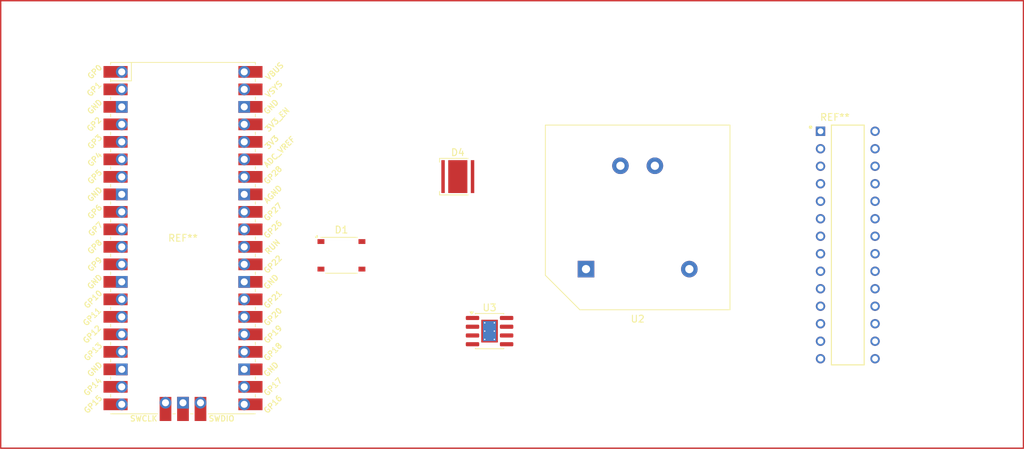
<source format=kicad_pcb>
(kicad_pcb (version 20241229) (generator "pcbnew") (generator_version "9.0")
  (layers (0 "F.Cu" signal) (2 "B.Cu" signal) (13 "F.Paste" user) (15 "B.Paste" user) (5 "F.SilkS" user "F.Silkscreen") (7 "B.SilkS" user "B.Silkscreen") (1 "F.Mask" user) (3 "B.Mask" user) (25 "Edge.Cuts" user))
  (net 0 "")
  (net 1 "AC")
  (net 3 "Net-(D1-+)")
  (net 5 "VCC")
  (net 6 "GND")
  (net 7 "Net-(U1-3V3)")
  (net 8 "Net-(U1-VSYS)")
  (net 9 "Net-(U1-GPIO2)")
  (net 10 "Net-(U1-GPIO3)")
  (net 16 "Net-(U1-GPIO10)")
  (net 17 "Net-(BT1-+)")
  (footprint "Converter_ACDC:Converter_ACDC_ZETTLER_ZPI03Sxx00WC_THT" (layer "F.Cu") (at 150 88)
    (property "Reference" "U2" (at 7.5 7.24 0) (layer "F.SilkS"))
    (property "Value" "TL5001")
    (fp_line (start -5.9 -20.9) (end -5.9 0.9) (stroke (width 0.12)) (layer "F.SilkS"))
    (fp_line (start -5.9 -20.9) (end 20.9 -20.9) (stroke (width 0.12)) (layer "F.SilkS"))
    (fp_line (start -0.9 5.9) (end -5.9 0.9) (stroke (width 0.12)) (layer "F.SilkS"))
    (fp_line (start 20.9 -20.9) (end 20.9 5.9) (stroke (width 0.12)) (layer "F.SilkS"))
    (fp_line (start 20.9 5.9) (end -0.9 5.9) (stroke (width 0.12)) (layer "F.SilkS"))
    (pad "1" thru_hole rect (at 0 0) (size 2.4 2.4) (drill 1.2) (layers "*.Cu" "*.Mask") (net 8 "Net-(U1-VSYS)"))
    (pad "2" thru_hole circle (at 15 0) (size 2.4 2.4) (drill 1.2) (layers "*.Cu" "*.Mask") (net 7 "Net-(U1-3V3)"))
    (pad "3" thru_hole circle (at 10 -15) (size 2.4 2.4) (drill 1.2) (layers "*.Cu" "*.Mask") (net 9 "Net-(U1-GPIO2)"))
    (pad "4" thru_hole circle (at 5 -15) (size 2.4 2.4) (drill 1.2) (layers "*.Cu" "*.Mask") (net 10 "Net-(U1-GPIO3)"))
  )
  (footprint "MCU_RaspberryPi_and_Boards:RPi_Pico_SMD_TH" (layer "F.Cu") (at 91.5 83.5)
    (property "Reference" "REF**" (at 0 0 0) (layer "F.SilkS"))
    (property "Value" "RPi_Pico_SMD_TH")
    (fp_line (start -10.5 -25.5) (end -10.5 -25.2) (stroke (width 0.12)) (layer "F.SilkS"))
    (fp_line (start -10.5 -25.5) (end 10.5 -25.5) (stroke (width 0.12)) (layer "F.SilkS"))
    (fp_line (start -10.5 -23.1) (end -10.5 -22.7) (stroke (width 0.12)) (layer "F.SilkS"))
    (fp_line (start -10.5 -22.833) (end -7.493 -22.833) (stroke (width 0.12)) (layer "F.SilkS"))
    (fp_line (start -10.5 -20.5) (end -10.5 -20.1) (stroke (width 0.12)) (layer "F.SilkS"))
    (fp_line (start -10.5 -18) (end -10.5 -17.6) (stroke (width 0.12)) (layer "F.SilkS"))
    (fp_line (start -10.5 -15.4) (end -10.5 -15) (stroke (width 0.12)) (layer "F.SilkS"))
    (fp_line (start -10.5 -12.9) (end -10.5 -12.5) (stroke (width 0.12)) (layer "F.SilkS"))
    (fp_line (start -10.5 -10.4) (end -10.5 -10) (stroke (width 0.12)) (layer "F.SilkS"))
    (fp_line (start -10.5 -7.8) (end -10.5 -7.4) (stroke (width 0.12)) (layer "F.SilkS"))
    (fp_line (start -10.5 -5.3) (end -10.5 -4.9) (stroke (width 0.12)) (layer "F.SilkS"))
    (fp_line (start -10.5 -2.7) (end -10.5 -2.3) (stroke (width 0.12)) (layer "F.SilkS"))
    (fp_line (start -10.5 -0.2) (end -10.5 0.2) (stroke (width 0.12)) (layer "F.SilkS"))
    (fp_line (start -10.5 2.3) (end -10.5 2.7) (stroke (width 0.12)) (layer "F.SilkS"))
    (fp_line (start -10.5 4.9) (end -10.5 5.3) (stroke (width 0.12)) (layer "F.SilkS"))
    (fp_line (start -10.5 7.4) (end -10.5 7.8) (stroke (width 0.12)) (layer "F.SilkS"))
    (fp_line (start -10.5 10) (end -10.5 10.4) (stroke (width 0.12)) (layer "F.SilkS"))
    (fp_line (start -10.5 12.5) (end -10.5 12.9) (stroke (width 0.12)) (layer "F.SilkS"))
    (fp_line (start -10.5 15.1) (end -10.5 15.5) (stroke (width 0.12)) (layer "F.SilkS"))
    (fp_line (start -10.5 17.6) (end -10.5 18) (stroke (width 0.12)) (layer "F.SilkS"))
    (fp_line (start -10.5 20.1) (end -10.5 20.5) (stroke (width 0.12)) (layer "F.SilkS"))
    (fp_line (start -10.5 22.7) (end -10.5 23.1) (stroke (width 0.12)) (layer "F.SilkS"))
    (fp_line (start -7.493 -22.833) (end -7.493 -25.5) (stroke (width 0.12)) (layer "F.SilkS"))
    (fp_line (start -3.7 25.5) (end -10.5 25.5) (stroke (width 0.12)) (layer "F.SilkS"))
    (fp_line (start -1.5 25.5) (end -1.1 25.5) (stroke (width 0.12)) (layer "F.SilkS"))
    (fp_line (start 1.1 25.5) (end 1.5 25.5) (stroke (width 0.12)) (layer "F.SilkS"))
    (fp_line (start 10.5 -25.5) (end 10.5 -25.2) (stroke (width 0.12)) (layer "F.SilkS"))
    (fp_line (start 10.5 -23.1) (end 10.5 -22.7) (stroke (width 0.12)) (layer "F.SilkS"))
    (fp_line (start 10.5 -20.5) (end 10.5 -20.1) (stroke (width 0.12)) (layer "F.SilkS"))
    (fp_line (start 10.5 -18) (end 10.5 -17.6) (stroke (width 0.12)) (layer "F.SilkS"))
    (fp_line (start 10.5 -15.4) (end 10.5 -15) (stroke (width 0.12)) (layer "F.SilkS"))
    (fp_line (start 10.5 -12.9) (end 10.5 -12.5) (stroke (width 0.12)) (layer "F.SilkS"))
    (fp_line (start 10.5 -10.4) (end 10.5 -10) (stroke (width 0.12)) (layer "F.SilkS"))
    (fp_line (start 10.5 -7.8) (end 10.5 -7.4) (stroke (width 0.12)) (layer "F.SilkS"))
    (fp_line (start 10.5 -5.3) (end 10.5 -4.9) (stroke (width 0.12)) (layer "F.SilkS"))
    (fp_line (start 10.5 -2.7) (end 10.5 -2.3) (stroke (width 0.12)) (layer "F.SilkS"))
    (fp_line (start 10.5 -0.2) (end 10.5 0.2) (stroke (width 0.12)) (layer "F.SilkS"))
    (fp_line (start 10.5 2.3) (end 10.5 2.7) (stroke (width 0.12)) (layer "F.SilkS"))
    (fp_line (start 10.5 4.9) (end 10.5 5.3) (stroke (width 0.12)) (layer "F.SilkS"))
    (fp_line (start 10.5 7.4) (end 10.5 7.8) (stroke (width 0.12)) (layer "F.SilkS"))
    (fp_line (start 10.5 10) (end 10.5 10.4) (stroke (width 0.12)) (layer "F.SilkS"))
    (fp_line (start 10.5 12.5) (end 10.5 12.9) (stroke (width 0.12)) (layer "F.SilkS"))
    (fp_line (start 10.5 15.1) (end 10.5 15.5) (stroke (width 0.12)) (layer "F.SilkS"))
    (fp_line (start 10.5 17.6) (end 10.5 18) (stroke (width 0.12)) (layer "F.SilkS"))
    (fp_line (start 10.5 20.1) (end 10.5 20.5) (stroke (width 0.12)) (layer "F.SilkS"))
    (fp_line (start 10.5 22.7) (end 10.5 23.1) (stroke (width 0.12)) (layer "F.SilkS"))
    (fp_line (start 10.5 25.5) (end 3.7 25.5) (stroke (width 0.12)) (layer "F.SilkS"))
    (fp_text user "GP9" (at -12.8 3.81 45) (layer "F.SilkS") (effects (font (size 0.8 0.8))))
    (fp_text user "GP11" (at -13.2 11.43 45) (layer "F.SilkS") (effects (font (size 0.8 0.8))))
    (fp_text user "GP27" (at 13.054 -3.8 45) (layer "F.SilkS") (effects (font (size 0.8 0.8))))
    (fp_text user "GP16" (at 13.054 24.13 45) (layer "F.SilkS") (effects (font (size 0.8 0.8))))
    (fp_text user "ADC_VREF" (at 14 -12.5 45) (layer "F.SilkS") (effects (font (size 0.8 0.8))))
    (fp_text user "GP10" (at -13.054 8.89 45) (layer "F.SilkS") (effects (font (size 0.8 0.8))))
    (fp_text user "GP12" (at -13.2 13.97 45) (layer "F.SilkS") (effects (font (size 0.8 0.8))))
    (fp_text user "GP14" (at -13.1 21.59 45) (layer "F.SilkS") (effects (font (size 0.8 0.8))))
    (fp_text user "GND" (at -12.8 19.05 45) (layer "F.SilkS") (effects (font (size 0.8 0.8))))
    (fp_text user "VBUS" (at 13.3 -24.2 45) (layer "F.SilkS") (effects (font (size 0.8 0.8))))
    (fp_text user "GP17" (at 13.054 21.59 45) (layer "F.SilkS") (effects (font (size 0.8 0.8))))
    (fp_text user "GP5" (at -12.8 -8.89 45) (layer "F.SilkS") (effects (font (size 0.8 0.8))))
    (fp_text user "GP26" (at 13.054 -1.27 45) (layer "F.SilkS") (effects (font (size 0.8 0.8))))
    (fp_text user "GP19" (at 13.054 13.97 45) (layer "F.SilkS") (effects (font (size 0.8 0.8))))
    (fp_text user "GP15" (at -13.054 24.13 45) (layer "F.SilkS") (effects (font (size 0.8 0.8))))
    (fp_text user "GND" (at 12.8 19.05 45) (layer "F.SilkS") (effects (font (size 0.8 0.8))))
    (fp_text user "GND" (at -12.8 -19.05 45) (layer "F.SilkS") (effects (font (size 0.8 0.8))))
    (fp_text user "GND" (at -12.8 6.35 45) (layer "F.SilkS") (effects (font (size 0.8 0.8))))
    (fp_text user "3V3" (at 12.9 -13.9 45) (layer "F.SilkS") (effects (font (size 0.8 0.8))))
    (fp_text user "GP8" (at -12.8 1.27 45) (layer "F.SilkS") (effects (font (size 0.8 0.8))))
    (fp_text user "SWDIO" (at 5.6 26.2 0) (layer "F.SilkS") (effects (font (size 0.8 0.8))))
    (fp_text user "GP7" (at -12.7 -1.3 45) (layer "F.SilkS") (effects (font (size 0.8 0.8))))
    (fp_text user "GND" (at 12.8 6.35 45) (layer "F.SilkS") (effects (font (size 0.8 0.8))))
    (fp_text user "GP21" (at 13.054 8.9 45) (layer "F.SilkS") (effects (font (size 0.8 0.8))))
    (fp_text user "3V3_EN" (at 13.7 -17.2 45) (layer "F.SilkS") (effects (font (size 0.8 0.8))))
    (fp_text user "GP6" (at -12.8 -3.81 45) (layer "F.SilkS") (effects (font (size 0.8 0.8))))
    (fp_text user "VSYS" (at 13.2 -21.59 45) (layer "F.SilkS") (effects (font (size 0.8 0.8))))
    (fp_text user "SWCLK" (at -5.7 26.2 0) (layer "F.SilkS") (effects (font (size 0.8 0.8))))
    (fp_text user "GP1" (at -12.9 -21.6 45) (layer "F.SilkS") (effects (font (size 0.8 0.8))))
    (fp_text user "GP22" (at 13.054 3.81 45) (layer "F.SilkS") (effects (font (size 0.8 0.8))))
    (fp_text user "AGND" (at 13.054 -6.35 45) (layer "F.SilkS") (effects (font (size 0.8 0.8))))
    (fp_text user "GP4" (at -12.8 -11.43 45) (layer "F.SilkS") (effects (font (size 0.8 0.8))))
    (fp_text user "GP0" (at -12.8 -24.13 45) (layer "F.SilkS") (effects (font (size 0.8 0.8))))
    (fp_text user "GP20" (at 13.054 11.43 45) (layer "F.SilkS") (effects (font (size 0.8 0.8))))
    (fp_text user "GND" (at -12.8 -6.35 45) (layer "F.SilkS") (effects (font (size 0.8 0.8))))
    (fp_text user "GP13" (at -13.054 16.51 45) (layer "F.SilkS") (effects (font (size 0.8 0.8))))
    (fp_text user "GP18" (at 13.054 16.51 45) (layer "F.SilkS") (effects (font (size 0.8 0.8))))
    (fp_text user "GND" (at 12.8 -19.05 45) (layer "F.SilkS") (effects (font (size 0.8 0.8))))
    (fp_text user "GP2" (at -12.9 -16.51 45) (layer "F.SilkS") (effects (font (size 0.8 0.8))))
    (fp_text user "RUN" (at 13 1.27 45) (layer "F.SilkS") (effects (font (size 0.8 0.8))))
    (fp_text user "GP3" (at -12.8 -13.97 45) (layer "F.SilkS") (effects (font (size 0.8 0.8))))
    (fp_text user "GP28" (at 13.054 -9.144 45) (layer "F.SilkS") (effects (font (size 0.8 0.8))))
    (pad "" np_thru_hole oval (at -2.725 -24) (size 1.8 1.8) (drill 1.8) (layers "*.Cu" "*.Mask"))
    (pad "" np_thru_hole oval (at -2.425 -20.97) (size 1.5 1.5) (drill 1.5) (layers "*.Cu" "*.Mask"))
    (pad "" np_thru_hole oval (at 2.425 -20.97) (size 1.5 1.5) (drill 1.5) (layers "*.Cu" "*.Mask"))
    (pad "" np_thru_hole oval (at 2.725 -24) (size 1.8 1.8) (drill 1.8) (layers "*.Cu" "*.Mask"))
    (pad "1" thru_hole oval (at -8.89 -24.13) (size 1.7 1.7) (drill 1.02) (layers "*.Cu" "*.Mask"))
    (pad "1" smd rect (at -8.89 -24.13) (size 3.5 1.7) (drill (offset -0.9 0)) (layers "F.Cu" "F.Mask"))
    (pad "2" thru_hole oval (at -8.89 -21.59) (size 1.7 1.7) (drill 1.02) (layers "*.Cu" "*.Mask"))
    (pad "2" smd rect (at -8.89 -21.59) (size 3.5 1.7) (drill (offset -0.9 0)) (layers "F.Cu" "F.Mask"))
    (pad "3" thru_hole rect (at -8.89 -19.05) (size 1.7 1.7) (drill 1.02) (layers "*.Cu" "*.Mask"))
    (pad "3" smd rect (at -8.89 -19.05) (size 3.5 1.7) (drill (offset -0.9 0)) (layers "F.Cu" "F.Mask"))
    (pad "4" thru_hole oval (at -8.89 -16.51) (size 1.7 1.7) (drill 1.02) (layers "*.Cu" "*.Mask"))
    (pad "4" smd rect (at -8.89 -16.51) (size 3.5 1.7) (drill (offset -0.9 0)) (layers "F.Cu" "F.Mask"))
    (pad "5" thru_hole oval (at -8.89 -13.97) (size 1.7 1.7) (drill 1.02) (layers "*.Cu" "*.Mask"))
    (pad "5" smd rect (at -8.89 -13.97) (size 3.5 1.7) (drill (offset -0.9 0)) (layers "F.Cu" "F.Mask"))
    (pad "6" thru_hole oval (at -8.89 -11.43) (size 1.7 1.7) (drill 1.02) (layers "*.Cu" "*.Mask"))
    (pad "6" smd rect (at -8.89 -11.43) (size 3.5 1.7) (drill (offset -0.9 0)) (layers "F.Cu" "F.Mask"))
    (pad "7" thru_hole oval (at -8.89 -8.89) (size 1.7 1.7) (drill 1.02) (layers "*.Cu" "*.Mask"))
    (pad "7" smd rect (at -8.89 -8.89) (size 3.5 1.7) (drill (offset -0.9 0)) (layers "F.Cu" "F.Mask"))
    (pad "8" thru_hole rect (at -8.89 -6.35) (size 1.7 1.7) (drill 1.02) (layers "*.Cu" "*.Mask"))
    (pad "8" smd rect (at -8.89 -6.35) (size 3.5 1.7) (drill (offset -0.9 0)) (layers "F.Cu" "F.Mask"))
    (pad "9" thru_hole oval (at -8.89 -3.81) (size 1.7 1.7) (drill 1.02) (layers "*.Cu" "*.Mask"))
    (pad "9" smd rect (at -8.89 -3.81) (size 3.5 1.7) (drill (offset -0.9 0)) (layers "F.Cu" "F.Mask"))
    (pad "10" thru_hole oval (at -8.89 -1.27) (size 1.7 1.7) (drill 1.02) (layers "*.Cu" "*.Mask"))
    (pad "10" smd rect (at -8.89 -1.27) (size 3.5 1.7) (drill (offset -0.9 0)) (layers "F.Cu" "F.Mask"))
    (pad "11" thru_hole oval (at -8.89 1.27) (size 1.7 1.7) (drill 1.02) (layers "*.Cu" "*.Mask"))
    (pad "11" smd rect (at -8.89 1.27) (size 3.5 1.7) (drill (offset -0.9 0)) (layers "F.Cu" "F.Mask"))
    (pad "12" thru_hole oval (at -8.89 3.81) (size 1.7 1.7) (drill 1.02) (layers "*.Cu" "*.Mask"))
    (pad "12" smd rect (at -8.89 3.81) (size 3.5 1.7) (drill (offset -0.9 0)) (layers "F.Cu" "F.Mask"))
    (pad "13" thru_hole rect (at -8.89 6.35) (size 1.7 1.7) (drill 1.02) (layers "*.Cu" "*.Mask"))
    (pad "13" smd rect (at -8.89 6.35) (size 3.5 1.7) (drill (offset -0.9 0)) (layers "F.Cu" "F.Mask"))
    (pad "14" thru_hole oval (at -8.89 8.89) (size 1.7 1.7) (drill 1.02) (layers "*.Cu" "*.Mask"))
    (pad "14" smd rect (at -8.89 8.89) (size 3.5 1.7) (drill (offset -0.9 0)) (layers "F.Cu" "F.Mask"))
    (pad "15" thru_hole oval (at -8.89 11.43) (size 1.7 1.7) (drill 1.02) (layers "*.Cu" "*.Mask"))
    (pad "15" smd rect (at -8.89 11.43) (size 3.5 1.7) (drill (offset -0.9 0)) (layers "F.Cu" "F.Mask"))
    (pad "16" thru_hole oval (at -8.89 13.97) (size 1.7 1.7) (drill 1.02) (layers "*.Cu" "*.Mask"))
    (pad "16" smd rect (at -8.89 13.97) (size 3.5 1.7) (drill (offset -0.9 0)) (layers "F.Cu" "F.Mask"))
    (pad "17" thru_hole oval (at -8.89 16.51) (size 1.7 1.7) (drill 1.02) (layers "*.Cu" "*.Mask"))
    (pad "17" smd rect (at -8.89 16.51) (size 3.5 1.7) (drill (offset -0.9 0)) (layers "F.Cu" "F.Mask"))
    (pad "18" thru_hole rect (at -8.89 19.05) (size 1.7 1.7) (drill 1.02) (layers "*.Cu" "*.Mask"))
    (pad "18" smd rect (at -8.89 19.05) (size 3.5 1.7) (drill (offset -0.9 0)) (layers "F.Cu" "F.Mask"))
    (pad "19" thru_hole oval (at -8.89 21.59) (size 1.7 1.7) (drill 1.02) (layers "*.Cu" "*.Mask"))
    (pad "19" smd rect (at -8.89 21.59) (size 3.5 1.7) (drill (offset -0.9 0)) (layers "F.Cu" "F.Mask"))
    (pad "20" thru_hole oval (at -8.89 24.13) (size 1.7 1.7) (drill 1.02) (layers "*.Cu" "*.Mask"))
    (pad "20" smd rect (at -8.89 24.13) (size 3.5 1.7) (drill (offset -0.9 0)) (layers "F.Cu" "F.Mask"))
    (pad "21" thru_hole oval (at 8.89 24.13) (size 1.7 1.7) (drill 1.02) (layers "*.Cu" "*.Mask"))
    (pad "21" smd rect (at 8.89 24.13) (size 3.5 1.7) (drill (offset 0.9 0)) (layers "F.Cu" "F.Mask"))
    (pad "22" thru_hole oval (at 8.89 21.59) (size 1.7 1.7) (drill 1.02) (layers "*.Cu" "*.Mask"))
    (pad "22" smd rect (at 8.89 21.59) (size 3.5 1.7) (drill (offset 0.9 0)) (layers "F.Cu" "F.Mask"))
    (pad "23" thru_hole rect (at 8.89 19.05) (size 1.7 1.7) (drill 1.02) (layers "*.Cu" "*.Mask"))
    (pad "23" smd rect (at 8.89 19.05) (size 3.5 1.7) (drill (offset 0.9 0)) (layers "F.Cu" "F.Mask"))
    (pad "24" thru_hole oval (at 8.89 16.51) (size 1.7 1.7) (drill 1.02) (layers "*.Cu" "*.Mask"))
    (pad "24" smd rect (at 8.89 16.51) (size 3.5 1.7) (drill (offset 0.9 0)) (layers "F.Cu" "F.Mask"))
    (pad "25" thru_hole oval (at 8.89 13.97) (size 1.7 1.7) (drill 1.02) (layers "*.Cu" "*.Mask"))
    (pad "25" smd rect (at 8.89 13.97) (size 3.5 1.7) (drill (offset 0.9 0)) (layers "F.Cu" "F.Mask"))
    (pad "26" thru_hole oval (at 8.89 11.43) (size 1.7 1.7) (drill 1.02) (layers "*.Cu" "*.Mask"))
    (pad "26" smd rect (at 8.89 11.43) (size 3.5 1.7) (drill (offset 0.9 0)) (layers "F.Cu" "F.Mask"))
    (pad "27" thru_hole oval (at 8.89 8.89) (size 1.7 1.7) (drill 1.02) (layers "*.Cu" "*.Mask"))
    (pad "27" smd rect (at 8.89 8.89) (size 3.5 1.7) (drill (offset 0.9 0)) (layers "F.Cu" "F.Mask"))
    (pad "28" thru_hole rect (at 8.89 6.35) (size 1.7 1.7) (drill 1.02) (layers "*.Cu" "*.Mask"))
    (pad "28" smd rect (at 8.89 6.35) (size 3.5 1.7) (drill (offset 0.9 0)) (layers "F.Cu" "F.Mask"))
    (pad "29" thru_hole oval (at 8.89 3.81) (size 1.7 1.7) (drill 1.02) (layers "*.Cu" "*.Mask"))
    (pad "29" smd rect (at 8.89 3.81) (size 3.5 1.7) (drill (offset 0.9 0)) (layers "F.Cu" "F.Mask"))
    (pad "30" thru_hole oval (at 8.89 1.27) (size 1.7 1.7) (drill 1.02) (layers "*.Cu" "*.Mask"))
    (pad "30" smd rect (at 8.89 1.27) (size 3.5 1.7) (drill (offset 0.9 0)) (layers "F.Cu" "F.Mask"))
    (pad "31" thru_hole oval (at 8.89 -1.27) (size 1.7 1.7) (drill 1.02) (layers "*.Cu" "*.Mask"))
    (pad "31" smd rect (at 8.89 -1.27) (size 3.5 1.7) (drill (offset 0.9 0)) (layers "F.Cu" "F.Mask"))
    (pad "32" thru_hole oval (at 8.89 -3.81) (size 1.7 1.7) (drill 1.02) (layers "*.Cu" "*.Mask"))
    (pad "32" smd rect (at 8.89 -3.81) (size 3.5 1.7) (drill (offset 0.9 0)) (layers "F.Cu" "F.Mask"))
    (pad "33" thru_hole rect (at 8.89 -6.35) (size 1.7 1.7) (drill 1.02) (layers "*.Cu" "*.Mask"))
    (pad "33" smd rect (at 8.89 -6.35) (size 3.5 1.7) (drill (offset 0.9 0)) (layers "F.Cu" "F.Mask"))
    (pad "34" thru_hole oval (at 8.89 -8.89) (size 1.7 1.7) (drill 1.02) (layers "*.Cu" "*.Mask"))
    (pad "34" smd rect (at 8.89 -8.89) (size 3.5 1.7) (drill (offset 0.9 0)) (layers "F.Cu" "F.Mask"))
    (pad "35" thru_hole oval (at 8.89 -11.43) (size 1.7 1.7) (drill 1.02) (layers "*.Cu" "*.Mask"))
    (pad "35" smd rect (at 8.89 -11.43) (size 3.5 1.7) (drill (offset 0.9 0)) (layers "F.Cu" "F.Mask"))
    (pad "36" thru_hole oval (at 8.89 -13.97) (size 1.7 1.7) (drill 1.02) (layers "*.Cu" "*.Mask"))
    (pad "36" smd rect (at 8.89 -13.97) (size 3.5 1.7) (drill (offset 0.9 0)) (layers "F.Cu" "F.Mask"))
    (pad "37" thru_hole oval (at 8.89 -16.51) (size 1.7 1.7) (drill 1.02) (layers "*.Cu" "*.Mask"))
    (pad "37" smd rect (at 8.89 -16.51) (size 3.5 1.7) (drill (offset 0.9 0)) (layers "F.Cu" "F.Mask"))
    (pad "38" thru_hole rect (at 8.89 -19.05) (size 1.7 1.7) (drill 1.02) (layers "*.Cu" "*.Mask"))
    (pad "38" smd rect (at 8.89 -19.05) (size 3.5 1.7) (drill (offset 0.9 0)) (layers "F.Cu" "F.Mask"))
    (pad "39" thru_hole oval (at 8.89 -21.59) (size 1.7 1.7) (drill 1.02) (layers "*.Cu" "*.Mask"))
    (pad "39" smd rect (at 8.89 -21.59) (size 3.5 1.7) (drill (offset 0.9 0)) (layers "F.Cu" "F.Mask"))
    (pad "40" thru_hole oval (at 8.89 -24.13) (size 1.7 1.7) (drill 1.02) (layers "*.Cu" "*.Mask"))
    (pad "40" smd rect (at 8.89 -24.13) (size 3.5 1.7) (drill (offset 0.9 0)) (layers "F.Cu" "F.Mask"))
    (pad "41" thru_hole oval (at -2.54 23.9) (size 1.7 1.7) (drill 1.02) (layers "*.Cu" "*.Mask"))
    (pad "41" smd rect (at -2.54 23.9 90) (size 3.5 1.7) (drill (offset -0.9 0)) (layers "F.Cu" "F.Mask"))
    (pad "42" thru_hole rect (at 0 23.9) (size 1.7 1.7) (drill 1.02) (layers "*.Cu" "*.Mask"))
    (pad "42" smd rect (at 0 23.9 90) (size 3.5 1.7) (drill (offset -0.9 0)) (layers "F.Cu" "F.Mask"))
    (pad "43" thru_hole oval (at 2.54 23.9) (size 1.7 1.7) (drill 1.02) (layers "*.Cu" "*.Mask"))
    (pad "43" smd rect (at 2.54 23.9 90) (size 3.5 1.7) (drill (offset -0.9 0)) (layers "F.Cu" "F.Mask"))
  )
  (footprint "Package_SO:SOIC-8-1EP_3.9x4.9mm_P1.27mm_EP2.41x3.3mm_ThermalVias" (layer "F.Cu") (at 136 97)
    (property "Reference" "U3" (at 0 -3.4 0) (layer "F.SilkS"))
    (property "Value" "TP4056-42-ESOP8")
    (fp_line (start -2.06 -2.56) (end 2.06 -2.56) (stroke (width 0.12)) (layer "F.SilkS"))
    (fp_line (start -2.06 -2.465) (end -2.06 -2.56) (stroke (width 0.12)) (layer "F.SilkS"))
    (fp_line (start -2.06 2.56) (end -2.06 2.465) (stroke (width 0.12)) (layer "F.SilkS"))
    (fp_line (start 2.06 -2.56) (end 2.06 -2.465) (stroke (width 0.12)) (layer "F.SilkS"))
    (fp_line (start 2.06 2.465) (end 2.06 2.56) (stroke (width 0.12)) (layer "F.SilkS"))
    (fp_line (start 2.06 2.56) (end -2.06 2.56) (stroke (width 0.12)) (layer "F.SilkS"))
    (fp_poly (pts (xy -2.6 -2.47) (xy -2.84 -2.8) (xy -2.36 -2.8)) (stroke (width 0.12)) (fill yes) (layer "F.SilkS"))
    (pad "1" smd roundrect (at -2.475 -1.905) (size 1.95 0.6) (layers "F.Cu" "F.Mask" "F.Paste"))
    (pad "2" smd roundrect (at -2.475 -0.635) (size 1.95 0.6) (layers "F.Cu" "F.Mask" "F.Paste") (net 16 "Net-(U1-GPIO10)"))
    (pad "3" smd roundrect (at -2.475 0.635) (size 1.95 0.6) (layers "F.Cu" "F.Mask" "F.Paste") (net 6 "GND"))
    (pad "4" smd roundrect (at -2.475 1.905) (size 1.95 0.6) (layers "F.Cu" "F.Mask" "F.Paste") (net 5 "VCC"))
    (pad "5" smd roundrect (at 2.475 1.905) (size 1.95 0.6) (layers "F.Cu" "F.Mask" "F.Paste") (net 17 "Net-(BT1-+)"))
    (pad "6" smd roundrect (at 2.475 0.635) (size 1.95 0.6) (layers "F.Cu" "F.Mask" "F.Paste"))
    (pad "7" smd roundrect (at 2.475 -0.635) (size 1.95 0.6) (layers "F.Cu" "F.Mask" "F.Paste"))
    (pad "8" smd roundrect (at 2.475 -1.905) (size 1.95 0.6) (layers "F.Cu" "F.Mask" "F.Paste"))
    (pad "9" thru_hole circle (at -0.7 -1.2) (size 0.5 0.5) (drill 0.2) (property pad_prop_heatsink) (layers "*.Cu"))
    (pad "9" thru_hole circle (at -0.7 0) (size 0.5 0.5) (drill 0.2) (property pad_prop_heatsink) (layers "*.Cu"))
    (pad "9" thru_hole circle (at -0.7 1.2) (size 0.5 0.5) (drill 0.2) (property pad_prop_heatsink) (layers "*.Cu"))
    (pad "9" smd rect (at 0 0) (size 1.9 2.9) (property pad_prop_heatsink) (layers "B.Cu"))
    (pad "9" smd rect (at 0 0) (size 2.41 3.3) (property pad_prop_heatsink) (layers "F.Cu" "F.Mask"))
    (pad "9" thru_hole circle (at 0.7 -1.2) (size 0.5 0.5) (drill 0.2) (property pad_prop_heatsink) (layers "*.Cu"))
    (pad "9" thru_hole circle (at 0.7 0) (size 0.5 0.5) (drill 0.2) (property pad_prop_heatsink) (layers "*.Cu"))
    (pad "9" thru_hole circle (at 0.7 1.2) (size 0.5 0.5) (drill 0.2) (property pad_prop_heatsink) (layers "*.Cu"))
  )
  (footprint "LED_SMD:LED_Cree-XHP50_3V_HighDensity" (layer "F.Cu") (at 131.39 74.575)
    (property "Reference" "D4" (at 0 -3.5 0) (layer "F.SilkS"))
    (property "Value" "LED_Cree_XHP50_3V_HighDensity")
    (fp_line (start -2.65 -2.65) (end -2.65 -2.1) (stroke (width 0.12)) (layer "F.SilkS"))
    (fp_line (start -2.65 2.65) (end -2.65 2.15) (stroke (width 0.12)) (layer "F.SilkS"))
    (fp_line (start 1.5 -2.65) (end -2.65 -2.65) (stroke (width 0.12)) (layer "F.SilkS"))
    (fp_line (start 1.5 2.65) (end -2.65 2.65) (stroke (width 0.12)) (layer "F.SilkS"))
    (pad "1" smd rect (at -2.14 0) (size 0.5 4.78) (layers "F.Cu" "F.Mask") (net 6 "GND"))
    (pad "2" smd rect (at 2.14 0) (size 0.5 4.78) (layers "F.Cu" "F.Mask") (net 5 "VCC"))
    (pad "3" smd rect (at 0 0) (size 2.78 4.78) (layers "F.Cu" "F.Mask") (net 6 "GND"))
  )
  (footprint "DIP794W46P254L2967H457Q28B" (layer "F.Cu") (at 188 84.5)
    (property "Reference" "REF**" (at -1.867145 -18.540495 0) (layer "F.SilkS") (effects (font (size 1.000622 1.000622))))
    (property "Value" "DIP794W46P254L2967H457Q28B")
    (fp_line (start -2.38 -17.4) (end -2.38 17.4) (stroke (width 0.1524)) (layer "F.SilkS"))
    (fp_line (start 2.38 -17.4) (end -2.38 -17.4) (stroke (width 0.1524)) (layer "F.SilkS"))
    (fp_line (start 2.38 17.4) (end -2.38 17.4) (stroke (width 0.1524)) (layer "F.SilkS"))
    (fp_line (start 2.38 17.4) (end 2.38 -17.4) (stroke (width 0.1524)) (layer "F.SilkS"))
    (fp_circle (center -5.4 -17.1) (end -5.146 -17.1) (fill yes) (layer "F.SilkS"))
    (pad "1" thru_hole rect (at -3.96 -16.51) (size 1.358 1.358) (drill 0.85) (layers "*.Cu" "*.Mask"))
    (pad "2" thru_hole circle (at -3.96 -13.97) (size 1.358 1.358) (drill 0.85) (layers "*.Cu" "*.Mask"))
    (pad "3" thru_hole circle (at -3.96 -11.43) (size 1.358 1.358) (drill 0.85) (layers "*.Cu" "*.Mask"))
    (pad "4" thru_hole circle (at -3.96 -8.89) (size 1.358 1.358) (drill 0.85) (layers "*.Cu" "*.Mask"))
    (pad "5" thru_hole circle (at -3.96 -6.35) (size 1.358 1.358) (drill 0.85) (layers "*.Cu" "*.Mask"))
    (pad "6" thru_hole circle (at -3.96 -3.81) (size 1.358 1.358) (drill 0.85) (layers "*.Cu" "*.Mask"))
    (pad "7" thru_hole circle (at -3.96 -1.27) (size 1.358 1.358) (drill 0.85) (layers "*.Cu" "*.Mask"))
    (pad "8" thru_hole circle (at -3.96 1.27) (size 1.358 1.358) (drill 0.85) (layers "*.Cu" "*.Mask"))
    (pad "9" thru_hole circle (at -3.96 3.81) (size 1.358 1.358) (drill 0.85) (layers "*.Cu" "*.Mask"))
    (pad "10" thru_hole circle (at -3.96 6.35) (size 1.358 1.358) (drill 0.85) (layers "*.Cu" "*.Mask"))
    (pad "11" thru_hole circle (at -3.96 8.89) (size 1.358 1.358) (drill 0.85) (layers "*.Cu" "*.Mask"))
    (pad "12" thru_hole circle (at -3.96 11.43) (size 1.358 1.358) (drill 0.85) (layers "*.Cu" "*.Mask"))
    (pad "13" thru_hole circle (at -3.96 13.97) (size 1.358 1.358) (drill 0.85) (layers "*.Cu" "*.Mask"))
    (pad "14" thru_hole circle (at -3.96 16.51) (size 1.358 1.358) (drill 0.85) (layers "*.Cu" "*.Mask"))
    (pad "15" thru_hole circle (at 3.96 16.51) (size 1.358 1.358) (drill 0.85) (layers "*.Cu" "*.Mask"))
    (pad "16" thru_hole circle (at 3.96 13.97) (size 1.358 1.358) (drill 0.85) (layers "*.Cu" "*.Mask"))
    (pad "17" thru_hole circle (at 3.96 11.43) (size 1.358 1.358) (drill 0.85) (layers "*.Cu" "*.Mask"))
    (pad "18" thru_hole circle (at 3.96 8.89) (size 1.358 1.358) (drill 0.85) (layers "*.Cu" "*.Mask"))
    (pad "19" thru_hole circle (at 3.96 6.35) (size 1.358 1.358) (drill 0.85) (layers "*.Cu" "*.Mask"))
    (pad "20" thru_hole circle (at 3.96 3.81) (size 1.358 1.358) (drill 0.85) (layers "*.Cu" "*.Mask"))
    (pad "21" thru_hole circle (at 3.96 1.27) (size 1.358 1.358) (drill 0.85) (layers "*.Cu" "*.Mask"))
    (pad "22" thru_hole circle (at 3.96 -1.27) (size 1.358 1.358) (drill 0.85) (layers "*.Cu" "*.Mask"))
    (pad "23" thru_hole circle (at 3.96 -3.81) (size 1.358 1.358) (drill 0.85) (layers "*.Cu" "*.Mask"))
    (pad "24" thru_hole circle (at 3.96 -6.35) (size 1.358 1.358) (drill 0.85) (layers "*.Cu" "*.Mask"))
    (pad "25" thru_hole circle (at 3.96 -8.89) (size 1.358 1.358) (drill 0.85) (layers "*.Cu" "*.Mask"))
    (pad "26" thru_hole circle (at 3.96 -11.43) (size 1.358 1.358) (drill 0.85) (layers "*.Cu" "*.Mask"))
    (pad "27" thru_hole circle (at 3.96 -13.97) (size 1.358 1.358) (drill 0.85) (layers "*.Cu" "*.Mask"))
    (pad "28" thru_hole circle (at 3.96 -16.51) (size 1.358 1.358) (drill 0.85) (layers "*.Cu" "*.Mask"))
  )
  (footprint "Diode_SMD:Diode_Bridge_Diotec_ABS" (layer "F.Cu") (at 114.5 86)
    (property "Reference" "D1" (at 0 -3.7 0) (layer "F.SilkS"))
    (property "Value" "ABS2")
    (fp_line (start 2.3 -2.61) (end -3 -2.61) (stroke (width 0.12)) (layer "F.SilkS"))
    (fp_line (start 2.3 2.6) (end -2.3 2.6) (stroke (width 0.12)) (layer "F.SilkS"))
    (fp_poly (pts (xy -3.5 -2.61) (xy -3.78 -2.61) (xy -3.5 -2.89) (xy -3.5 -2.61)) (stroke (width 0.12)) (fill yes) (layer "F.SilkS"))
    (pad "1" smd rect (at -2.975 -2) (size 1 0.7) (layers "F.Cu" "F.Mask" "F.Paste") (net 3 "Net-(D1-+)"))
    (pad "2" smd rect (at -2.975 2) (size 1 0.7) (layers "F.Cu" "F.Mask" "F.Paste") (net 1 "AC"))
    (pad "3" smd rect (at 2.975 2) (size 1 0.7) (layers "F.Cu" "F.Mask" "F.Paste"))
    (pad "4" smd rect (at 2.975 -2) (size 1 0.7) (layers "F.Cu" "F.Mask" "F.Paste"))
  )
  (gr_rect (start 65.037678 49.037678) (end 213.5 114) (stroke (width 0.2)) (fill no) (layer "F.Cu"))
)
</source>
